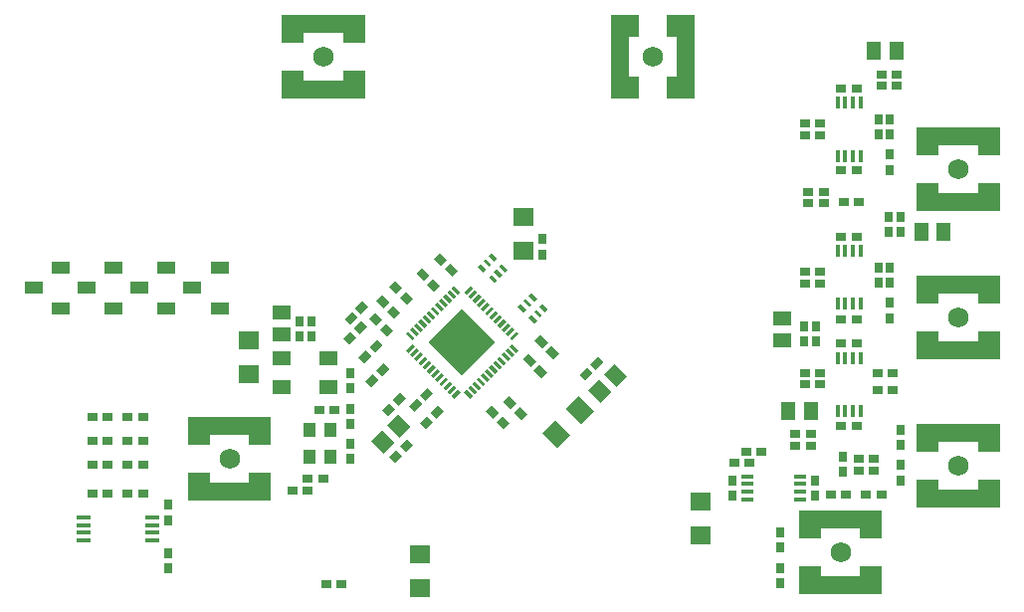
<source format=gtp>
G75*
G70*
%OFA0B0*%
%FSLAX24Y24*%
%IPPOS*%
%LPD*%
%AMOC8*
5,1,8,0,0,1.08239X$1,22.5*
%
%ADD10R,0.0118X0.0315*%
%ADD11R,0.1575X0.1575*%
%ADD12R,0.0276X0.0118*%
%ADD13R,0.0354X0.0276*%
%ADD14R,0.0276X0.0354*%
%ADD15R,0.0710X0.0630*%
%ADD16R,0.0512X0.0591*%
%ADD17R,0.0472X0.0138*%
%ADD18R,0.0157X0.0433*%
%ADD19R,0.0433X0.0157*%
%ADD20R,0.0630X0.0512*%
%ADD21C,0.0681*%
%ADD22R,0.0925X0.0748*%
%ADD23R,0.0591X0.1339*%
%ADD24R,0.0748X0.0925*%
%ADD25R,0.1339X0.0591*%
%ADD26R,0.0591X0.0512*%
%ADD27R,0.0413X0.0512*%
%ADD28R,0.0630X0.0394*%
%ADD29R,0.0630X0.0710*%
D10*
G36*
X015329Y009109D02*
X015412Y009026D01*
X015191Y008805D01*
X015108Y008888D01*
X015329Y009109D01*
G37*
G36*
X015412Y009306D02*
X015329Y009223D01*
X015108Y009444D01*
X015191Y009527D01*
X015412Y009306D01*
G37*
G36*
X015552Y009445D02*
X015469Y009362D01*
X015248Y009583D01*
X015331Y009666D01*
X015552Y009445D01*
G37*
G36*
X015691Y009584D02*
X015608Y009501D01*
X015387Y009722D01*
X015470Y009805D01*
X015691Y009584D01*
G37*
G36*
X015830Y009723D02*
X015747Y009640D01*
X015526Y009861D01*
X015609Y009944D01*
X015830Y009723D01*
G37*
G36*
X015969Y009862D02*
X015886Y009779D01*
X015665Y010000D01*
X015748Y010083D01*
X015969Y009862D01*
G37*
G36*
X016108Y010002D02*
X016025Y009919D01*
X015804Y010140D01*
X015887Y010223D01*
X016108Y010002D01*
G37*
G36*
X016248Y010141D02*
X016165Y010058D01*
X015944Y010279D01*
X016027Y010362D01*
X016248Y010141D01*
G37*
G36*
X016387Y010280D02*
X016304Y010197D01*
X016083Y010418D01*
X016166Y010501D01*
X016387Y010280D01*
G37*
G36*
X016526Y010419D02*
X016443Y010336D01*
X016222Y010557D01*
X016305Y010640D01*
X016526Y010419D01*
G37*
G36*
X016665Y010558D02*
X016582Y010475D01*
X016361Y010696D01*
X016444Y010779D01*
X016665Y010558D01*
G37*
G36*
X016804Y010697D02*
X016721Y010614D01*
X016500Y010835D01*
X016583Y010918D01*
X016804Y010697D01*
G37*
G36*
X016944Y010837D02*
X016861Y010754D01*
X016640Y010975D01*
X016723Y011058D01*
X016944Y010837D01*
G37*
G36*
X017140Y010754D02*
X017057Y010837D01*
X017278Y011058D01*
X017361Y010975D01*
X017140Y010754D01*
G37*
G36*
X017279Y010614D02*
X017196Y010697D01*
X017417Y010918D01*
X017500Y010835D01*
X017279Y010614D01*
G37*
G36*
X017419Y010475D02*
X017336Y010558D01*
X017557Y010779D01*
X017640Y010696D01*
X017419Y010475D01*
G37*
G36*
X017558Y010336D02*
X017475Y010419D01*
X017696Y010640D01*
X017779Y010557D01*
X017558Y010336D01*
G37*
G36*
X017697Y010197D02*
X017614Y010280D01*
X017835Y010501D01*
X017918Y010418D01*
X017697Y010197D01*
G37*
G36*
X017836Y010058D02*
X017753Y010141D01*
X017974Y010362D01*
X018057Y010279D01*
X017836Y010058D01*
G37*
G36*
X017975Y009919D02*
X017892Y010002D01*
X018113Y010223D01*
X018196Y010140D01*
X017975Y009919D01*
G37*
G36*
X018115Y009779D02*
X018032Y009862D01*
X018253Y010083D01*
X018336Y010000D01*
X018115Y009779D01*
G37*
G36*
X018254Y009640D02*
X018171Y009723D01*
X018392Y009944D01*
X018475Y009861D01*
X018254Y009640D01*
G37*
G36*
X018393Y009501D02*
X018310Y009584D01*
X018531Y009805D01*
X018614Y009722D01*
X018393Y009501D01*
G37*
G36*
X018532Y009362D02*
X018449Y009445D01*
X018670Y009666D01*
X018753Y009583D01*
X018532Y009362D01*
G37*
G36*
X018671Y009223D02*
X018588Y009306D01*
X018809Y009527D01*
X018892Y009444D01*
X018671Y009223D01*
G37*
G36*
X018588Y009026D02*
X018671Y009109D01*
X018892Y008888D01*
X018809Y008805D01*
X018588Y009026D01*
G37*
G36*
X018449Y008887D02*
X018532Y008970D01*
X018753Y008749D01*
X018670Y008666D01*
X018449Y008887D01*
G37*
G36*
X018310Y008748D02*
X018393Y008831D01*
X018614Y008610D01*
X018531Y008527D01*
X018310Y008748D01*
G37*
G36*
X018171Y008608D02*
X018254Y008691D01*
X018475Y008470D01*
X018392Y008387D01*
X018171Y008608D01*
G37*
G36*
X018032Y008469D02*
X018115Y008552D01*
X018336Y008331D01*
X018253Y008248D01*
X018032Y008469D01*
G37*
G36*
X017892Y008330D02*
X017975Y008413D01*
X018196Y008192D01*
X018113Y008109D01*
X017892Y008330D01*
G37*
G36*
X017753Y008191D02*
X017836Y008274D01*
X018057Y008053D01*
X017974Y007970D01*
X017753Y008191D01*
G37*
G36*
X017614Y008052D02*
X017697Y008135D01*
X017918Y007914D01*
X017835Y007831D01*
X017614Y008052D01*
G37*
G36*
X017475Y007912D02*
X017558Y007995D01*
X017779Y007774D01*
X017696Y007691D01*
X017475Y007912D01*
G37*
G36*
X017336Y007773D02*
X017419Y007856D01*
X017640Y007635D01*
X017557Y007552D01*
X017336Y007773D01*
G37*
G36*
X017196Y007634D02*
X017279Y007717D01*
X017500Y007496D01*
X017417Y007413D01*
X017196Y007634D01*
G37*
G36*
X017057Y007495D02*
X017140Y007578D01*
X017361Y007357D01*
X017278Y007274D01*
X017057Y007495D01*
G37*
G36*
X016861Y007578D02*
X016944Y007495D01*
X016723Y007274D01*
X016640Y007357D01*
X016861Y007578D01*
G37*
G36*
X016721Y007717D02*
X016804Y007634D01*
X016583Y007413D01*
X016500Y007496D01*
X016721Y007717D01*
G37*
G36*
X016582Y007856D02*
X016665Y007773D01*
X016444Y007552D01*
X016361Y007635D01*
X016582Y007856D01*
G37*
G36*
X016443Y007995D02*
X016526Y007912D01*
X016305Y007691D01*
X016222Y007774D01*
X016443Y007995D01*
G37*
G36*
X016304Y008135D02*
X016387Y008052D01*
X016166Y007831D01*
X016083Y007914D01*
X016304Y008135D01*
G37*
G36*
X016165Y008274D02*
X016248Y008191D01*
X016027Y007970D01*
X015944Y008053D01*
X016165Y008274D01*
G37*
G36*
X016025Y008413D02*
X016108Y008330D01*
X015887Y008109D01*
X015804Y008192D01*
X016025Y008413D01*
G37*
G36*
X015886Y008552D02*
X015969Y008469D01*
X015748Y008248D01*
X015665Y008331D01*
X015886Y008552D01*
G37*
G36*
X015747Y008691D02*
X015830Y008608D01*
X015609Y008387D01*
X015526Y008470D01*
X015747Y008691D01*
G37*
G36*
X015608Y008831D02*
X015691Y008748D01*
X015470Y008527D01*
X015387Y008610D01*
X015608Y008831D01*
G37*
G36*
X015469Y008970D02*
X015552Y008887D01*
X015331Y008666D01*
X015248Y008749D01*
X015469Y008970D01*
G37*
D11*
G36*
X015888Y009166D02*
X017000Y010278D01*
X018112Y009166D01*
X017000Y008054D01*
X015888Y009166D01*
G37*
D12*
G36*
X019056Y010168D02*
X018862Y010362D01*
X018946Y010446D01*
X019140Y010252D01*
X019056Y010168D01*
G37*
G36*
X019237Y010349D02*
X019043Y010543D01*
X019127Y010627D01*
X019321Y010433D01*
X019237Y010349D01*
G37*
G36*
X019418Y010530D02*
X019224Y010724D01*
X019308Y010808D01*
X019502Y010614D01*
X019418Y010530D01*
G37*
G36*
X019780Y010168D02*
X019586Y010362D01*
X019670Y010446D01*
X019864Y010252D01*
X019780Y010168D01*
G37*
G36*
X019599Y009988D02*
X019405Y010182D01*
X019489Y010266D01*
X019683Y010072D01*
X019599Y009988D01*
G37*
G36*
X019418Y009807D02*
X019224Y010001D01*
X019308Y010085D01*
X019502Y009891D01*
X019418Y009807D01*
G37*
G36*
X018079Y011145D02*
X017885Y011339D01*
X017969Y011423D01*
X018163Y011229D01*
X018079Y011145D01*
G37*
G36*
X018260Y011326D02*
X018066Y011520D01*
X018150Y011604D01*
X018344Y011410D01*
X018260Y011326D01*
G37*
G36*
X018441Y011507D02*
X018247Y011701D01*
X018331Y011785D01*
X018525Y011591D01*
X018441Y011507D01*
G37*
G36*
X017898Y011688D02*
X017704Y011882D01*
X017788Y011966D01*
X017982Y011772D01*
X017898Y011688D01*
G37*
G36*
X017717Y011507D02*
X017523Y011701D01*
X017607Y011785D01*
X017801Y011591D01*
X017717Y011507D01*
G37*
G36*
X018079Y011869D02*
X017885Y012063D01*
X017969Y012147D01*
X018163Y011953D01*
X018079Y011869D01*
G37*
D13*
G36*
X016603Y011805D02*
X016852Y011556D01*
X016657Y011361D01*
X016408Y011610D01*
X016603Y011805D01*
G37*
G36*
X016241Y012167D02*
X016490Y011918D01*
X016295Y011723D01*
X016046Y011972D01*
X016241Y012167D01*
G37*
G36*
X015651Y011655D02*
X015900Y011406D01*
X015705Y011211D01*
X015456Y011460D01*
X015651Y011655D01*
G37*
G36*
X016013Y011293D02*
X016262Y011044D01*
X016067Y010849D01*
X015818Y011098D01*
X016013Y011293D01*
G37*
G36*
X015107Y010860D02*
X015356Y010611D01*
X015161Y010416D01*
X014912Y010665D01*
X015107Y010860D01*
G37*
G36*
X014745Y011222D02*
X014994Y010973D01*
X014799Y010778D01*
X014550Y011027D01*
X014745Y011222D01*
G37*
G36*
X014312Y010750D02*
X014561Y010501D01*
X014366Y010306D01*
X014117Y010555D01*
X014312Y010750D01*
G37*
G36*
X013416Y010304D02*
X013665Y010553D01*
X013860Y010358D01*
X013611Y010109D01*
X013416Y010304D01*
G37*
G36*
X013054Y009942D02*
X013303Y010191D01*
X013498Y009996D01*
X013249Y009747D01*
X013054Y009942D01*
G37*
G36*
X013377Y009635D02*
X013626Y009884D01*
X013821Y009689D01*
X013572Y009440D01*
X013377Y009635D01*
G37*
G36*
X013015Y009273D02*
X013264Y009522D01*
X013459Y009327D01*
X013210Y009078D01*
X013015Y009273D01*
G37*
G36*
X013527Y008643D02*
X013776Y008892D01*
X013971Y008697D01*
X013722Y008448D01*
X013527Y008643D01*
G37*
G36*
X013888Y009005D02*
X014137Y009254D01*
X014332Y009059D01*
X014083Y008810D01*
X013888Y009005D01*
G37*
G36*
X014492Y009353D02*
X014243Y009602D01*
X014438Y009797D01*
X014687Y009548D01*
X014492Y009353D01*
G37*
G36*
X014130Y009715D02*
X013881Y009964D01*
X014076Y010159D01*
X014325Y009910D01*
X014130Y009715D01*
G37*
G36*
X014674Y010388D02*
X014923Y010139D01*
X014728Y009944D01*
X014479Y010193D01*
X014674Y010388D01*
G37*
G36*
X014125Y008217D02*
X014374Y008466D01*
X014569Y008271D01*
X014320Y008022D01*
X014125Y008217D01*
G37*
G36*
X013763Y007855D02*
X014012Y008104D01*
X014207Y007909D01*
X013958Y007660D01*
X013763Y007855D01*
G37*
G36*
X014676Y007233D02*
X014925Y007482D01*
X015120Y007287D01*
X014871Y007038D01*
X014676Y007233D01*
G37*
G36*
X014314Y006871D02*
X014563Y007120D01*
X014758Y006925D01*
X014509Y006676D01*
X014314Y006871D01*
G37*
G36*
X015219Y007029D02*
X015468Y007278D01*
X015663Y007083D01*
X015414Y006834D01*
X015219Y007029D01*
G37*
G36*
X015581Y007391D02*
X015830Y007640D01*
X016025Y007445D01*
X015776Y007196D01*
X015581Y007391D01*
G37*
G36*
X015936Y006800D02*
X016185Y007049D01*
X016380Y006854D01*
X016131Y006605D01*
X015936Y006800D01*
G37*
G36*
X015574Y006438D02*
X015823Y006687D01*
X016018Y006492D01*
X015769Y006243D01*
X015574Y006438D01*
G37*
G36*
X014912Y005678D02*
X015161Y005927D01*
X015356Y005732D01*
X015107Y005483D01*
X014912Y005678D01*
G37*
G36*
X014550Y005316D02*
X014799Y005565D01*
X014994Y005370D01*
X014745Y005121D01*
X014550Y005316D01*
G37*
X012335Y004599D03*
X011823Y004599D03*
X011823Y004205D03*
X011311Y004205D03*
X012217Y006882D03*
X012729Y006882D03*
G36*
X018028Y006605D02*
X017779Y006854D01*
X017974Y007049D01*
X018223Y006800D01*
X018028Y006605D01*
G37*
G36*
X018389Y006243D02*
X018140Y006492D01*
X018335Y006687D01*
X018584Y006438D01*
X018389Y006243D01*
G37*
G36*
X018980Y006558D02*
X018731Y006807D01*
X018926Y007002D01*
X019175Y006753D01*
X018980Y006558D01*
G37*
G36*
X018618Y006920D02*
X018369Y007169D01*
X018564Y007364D01*
X018813Y007115D01*
X018618Y006920D01*
G37*
G36*
X019649Y007975D02*
X019400Y008224D01*
X019595Y008419D01*
X019844Y008170D01*
X019649Y007975D01*
G37*
G36*
X019287Y008337D02*
X019038Y008586D01*
X019233Y008781D01*
X019482Y008532D01*
X019287Y008337D01*
G37*
G36*
X020043Y008605D02*
X019794Y008854D01*
X019989Y009049D01*
X020238Y008800D01*
X020043Y008605D01*
G37*
G36*
X019681Y008967D02*
X019432Y009216D01*
X019627Y009411D01*
X019876Y009162D01*
X019681Y008967D01*
G37*
G36*
X021372Y008126D02*
X021123Y007877D01*
X020928Y008072D01*
X021177Y008321D01*
X021372Y008126D01*
G37*
G36*
X021734Y008488D02*
X021485Y008239D01*
X021290Y008434D01*
X021539Y008683D01*
X021734Y008488D01*
G37*
X026508Y005504D03*
X027020Y005504D03*
X026626Y005111D03*
X026115Y005111D03*
X028162Y005701D03*
X028162Y006095D03*
X028674Y006095D03*
X028674Y005701D03*
X029697Y006370D03*
X030209Y006370D03*
X030288Y005268D03*
X030288Y004874D03*
X030800Y004874D03*
X030800Y005268D03*
X031036Y004048D03*
X030524Y004048D03*
X029855Y004048D03*
X029343Y004048D03*
X030918Y007552D03*
X031430Y007552D03*
X031430Y008142D03*
X030918Y008142D03*
X030209Y009126D03*
X029697Y009126D03*
X029697Y009914D03*
X030209Y009914D03*
X028989Y011134D03*
X028989Y011528D03*
X028477Y011528D03*
X028477Y011134D03*
X029697Y012709D03*
X030209Y012709D03*
X030288Y013851D03*
X029776Y013851D03*
X029107Y013811D03*
X028595Y013811D03*
X028595Y014205D03*
X029107Y014205D03*
X029697Y014914D03*
X030209Y014914D03*
X028989Y016095D03*
X028989Y016489D03*
X028477Y016489D03*
X028477Y016095D03*
X029697Y017670D03*
X030209Y017670D03*
X031036Y017748D03*
X031036Y018142D03*
X031548Y018142D03*
X031548Y017748D03*
X028989Y008142D03*
X028989Y007748D03*
X028477Y007748D03*
X028477Y008142D03*
X012965Y001056D03*
X012453Y001056D03*
X006311Y004087D03*
X005800Y004087D03*
X005130Y004087D03*
X004619Y004087D03*
X004619Y005071D03*
X005130Y005071D03*
X005800Y005071D03*
X006311Y005071D03*
X006311Y005859D03*
X005800Y005859D03*
X005130Y005859D03*
X004619Y005859D03*
X004619Y006646D03*
X005130Y006646D03*
X005800Y006646D03*
X006311Y006646D03*
D14*
X007158Y003713D03*
X007158Y003201D03*
X007158Y002099D03*
X007158Y001587D03*
X013260Y005248D03*
X013260Y005760D03*
X013260Y006430D03*
X013260Y006941D03*
X013260Y007611D03*
X013260Y008122D03*
X011961Y009343D03*
X011567Y009343D03*
X011567Y009855D03*
X011961Y009855D03*
X019678Y012099D03*
X019678Y012611D03*
X028457Y009697D03*
X028851Y009697D03*
X028851Y009185D03*
X028457Y009185D03*
X031331Y009973D03*
X031331Y010485D03*
X031331Y011154D03*
X030937Y011154D03*
X030937Y011666D03*
X031331Y011666D03*
X031292Y012847D03*
X031685Y012847D03*
X031685Y013359D03*
X031292Y013359D03*
X031331Y014933D03*
X031331Y015445D03*
X031331Y016115D03*
X030937Y016115D03*
X030937Y016626D03*
X031331Y016626D03*
X031685Y006233D03*
X031685Y005721D03*
X031685Y005052D03*
X031685Y004540D03*
X029756Y004815D03*
X029756Y005327D03*
X028811Y004540D03*
X028811Y004028D03*
X027650Y002807D03*
X027650Y002296D03*
X027650Y001607D03*
X027650Y001095D03*
X026056Y004028D03*
X026056Y004540D03*
D15*
X024993Y003820D03*
X024993Y002700D03*
X015583Y002048D03*
X015583Y000929D03*
X009835Y008094D03*
X009835Y009214D03*
X019067Y012228D03*
X019067Y013348D03*
D16*
G36*
X022516Y008025D02*
X022154Y007663D01*
X021738Y008079D01*
X022100Y008441D01*
X022516Y008025D01*
G37*
G36*
X021987Y007496D02*
X021625Y007134D01*
X021209Y007550D01*
X021571Y007912D01*
X021987Y007496D01*
G37*
X027926Y006843D03*
X028674Y006843D03*
X032374Y012867D03*
X033122Y012867D03*
X031548Y018930D03*
X030800Y018930D03*
G36*
X014474Y006386D02*
X014836Y006748D01*
X015252Y006332D01*
X014890Y005970D01*
X014474Y006386D01*
G37*
G36*
X013945Y005857D02*
X014307Y006219D01*
X014723Y005803D01*
X014361Y005441D01*
X013945Y005857D01*
G37*
D17*
X004313Y002522D03*
X004313Y002778D03*
X004313Y003034D03*
X004313Y003290D03*
X006617Y003290D03*
X006617Y003034D03*
X006617Y002778D03*
X006617Y002522D03*
D18*
X029569Y006863D03*
X029825Y006863D03*
X030081Y006863D03*
X030337Y006863D03*
X030337Y008634D03*
X030081Y008634D03*
X029825Y008634D03*
X029569Y008634D03*
X029569Y010445D03*
X029825Y010445D03*
X030081Y010445D03*
X030337Y010445D03*
X030337Y012217D03*
X030081Y012217D03*
X029825Y012217D03*
X029569Y012217D03*
X029569Y015406D03*
X029825Y015406D03*
X030081Y015406D03*
X030337Y015406D03*
X030337Y017178D03*
X030081Y017178D03*
X029825Y017178D03*
X029569Y017178D03*
D19*
X028319Y004668D03*
X028319Y004412D03*
X028319Y004156D03*
X028319Y003900D03*
X026548Y003900D03*
X026548Y004156D03*
X026548Y004412D03*
X026548Y004668D03*
D20*
X012512Y007650D03*
X012512Y008634D03*
X010937Y008634D03*
X010937Y007650D03*
D21*
X009205Y005268D03*
X029678Y002119D03*
X033615Y005032D03*
X033615Y009993D03*
X033615Y014953D03*
X023378Y018733D03*
X012355Y018733D03*
D22*
X022443Y019756D03*
X024313Y019756D03*
X024313Y017709D03*
X022443Y017709D03*
D23*
X022276Y018733D03*
X024481Y018733D03*
D24*
X032591Y015888D03*
X034638Y015888D03*
X034638Y014018D03*
X032591Y014018D03*
X032591Y010928D03*
X034638Y010928D03*
X034638Y009057D03*
X032591Y009057D03*
X032591Y005967D03*
X034638Y005967D03*
X034638Y004097D03*
X032591Y004097D03*
X030701Y003054D03*
X028654Y003054D03*
X028654Y001183D03*
X030701Y001183D03*
X010229Y004333D03*
X008181Y004333D03*
X008181Y006203D03*
X010229Y006203D03*
X011331Y017798D03*
X013378Y017798D03*
X013378Y019668D03*
X011331Y019668D03*
D25*
X012355Y019835D03*
X012355Y017630D03*
X009205Y006370D03*
X009205Y004166D03*
X029678Y003221D03*
X029678Y001016D03*
X033615Y003930D03*
X033615Y006134D03*
X033615Y008890D03*
X033615Y011095D03*
X033615Y013851D03*
X033615Y016056D03*
D26*
X027709Y009973D03*
X027709Y009225D03*
X010937Y009422D03*
X010937Y010170D03*
D27*
X011872Y006233D03*
X012601Y006233D03*
X012601Y005327D03*
X011872Y005327D03*
D28*
X008870Y010288D03*
X007965Y010977D03*
X007099Y011666D03*
X006193Y010977D03*
X005327Y011666D03*
X004422Y010977D03*
X003556Y011666D03*
X002650Y010977D03*
X003556Y010288D03*
X005327Y010288D03*
X007099Y010288D03*
X008870Y011666D03*
D29*
G36*
X020621Y006065D02*
X020176Y005620D01*
X019675Y006121D01*
X020120Y006566D01*
X020621Y006065D01*
G37*
G36*
X021413Y006856D02*
X020968Y006411D01*
X020467Y006912D01*
X020912Y007357D01*
X021413Y006856D01*
G37*
M02*

</source>
